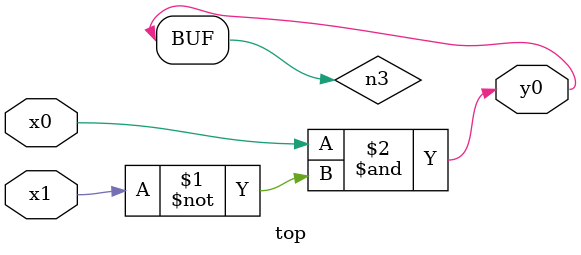
<source format=v>
module top( x0 , x1 , y0 );
  input x0 , x1 ;
  output y0 ;
  wire n3 ;
  assign n3 = x0 & ~x1 ;
  assign y0 = n3 ;
endmodule

</source>
